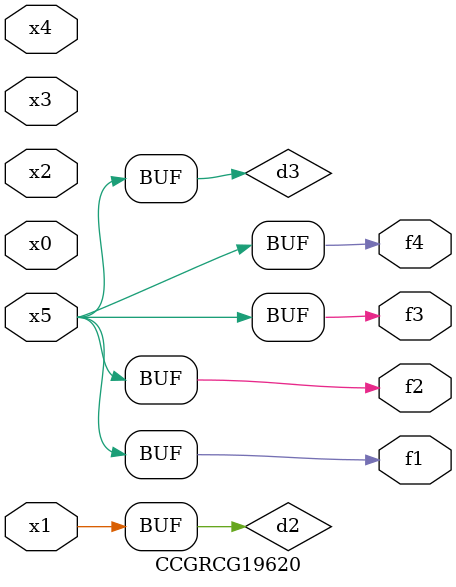
<source format=v>
module CCGRCG19620(
	input x0, x1, x2, x3, x4, x5,
	output f1, f2, f3, f4
);

	wire d1, d2, d3;

	not (d1, x5);
	or (d2, x1);
	xnor (d3, d1);
	assign f1 = d3;
	assign f2 = d3;
	assign f3 = d3;
	assign f4 = d3;
endmodule

</source>
